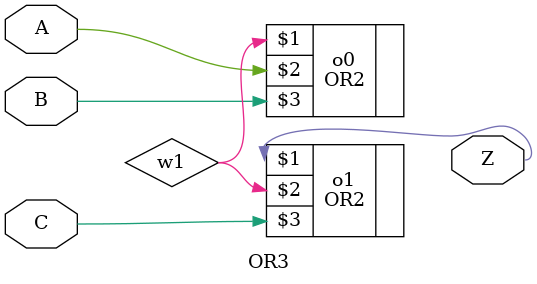
<source format=v>
`timescale 1ns / 1ps


module OR3(
    output Z,  
    input A,
    input B,
    input C
    );
    
    wire w1,w2;
    OR2 o0(w1,A,B);
    OR2 o1(Z,w1,C);
    
endmodule
</source>
